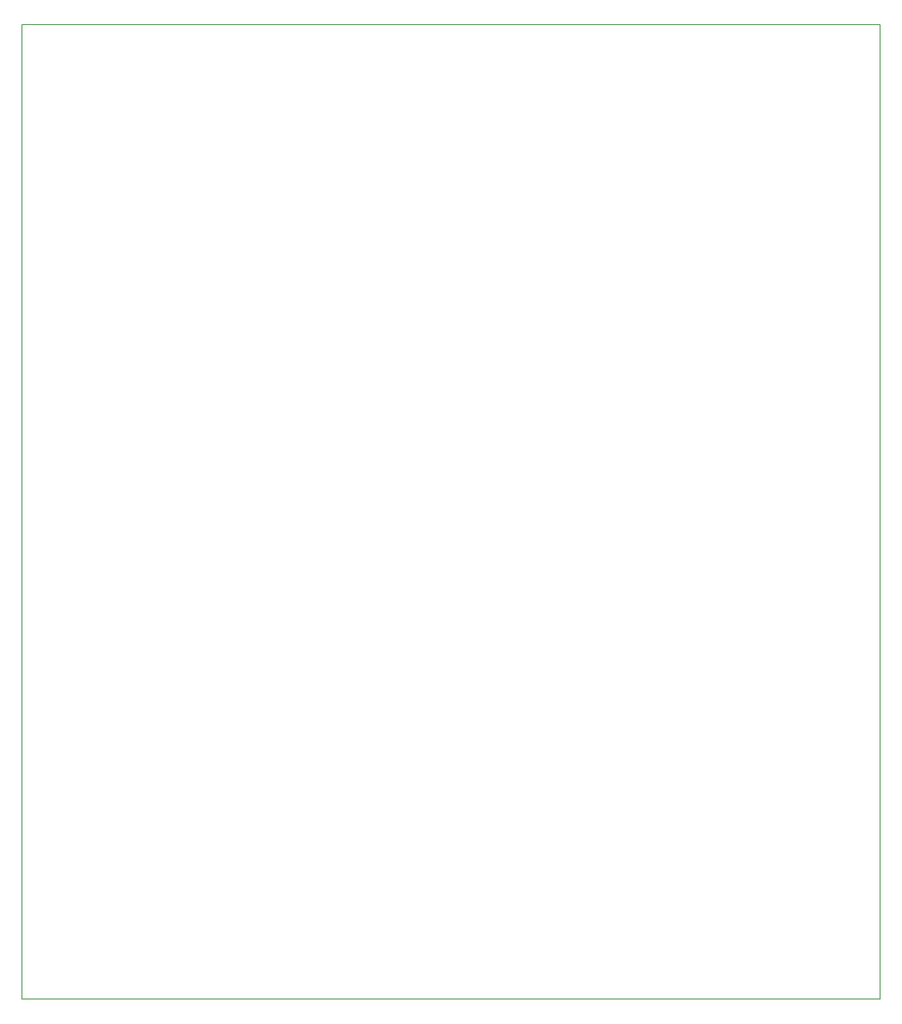
<source format=gbr>
%TF.GenerationSoftware,KiCad,Pcbnew,7.0.10*%
%TF.CreationDate,2024-03-06T14:44:34-05:00*%
%TF.ProjectId,Power_Supply,506f7765-725f-4537-9570-706c792e6b69,rev?*%
%TF.SameCoordinates,Original*%
%TF.FileFunction,Profile,NP*%
%FSLAX46Y46*%
G04 Gerber Fmt 4.6, Leading zero omitted, Abs format (unit mm)*
G04 Created by KiCad (PCBNEW 7.0.10) date 2024-03-06 14:44:34*
%MOMM*%
%LPD*%
G01*
G04 APERTURE LIST*
%TA.AperFunction,Profile*%
%ADD10C,0.200000*%
%TD*%
G04 APERTURE END LIST*
D10*
X98471668Y-49660000D02*
X264181668Y-49660000D01*
X264181668Y-237690000D01*
X98471668Y-237690000D01*
X98471668Y-49660000D01*
M02*

</source>
